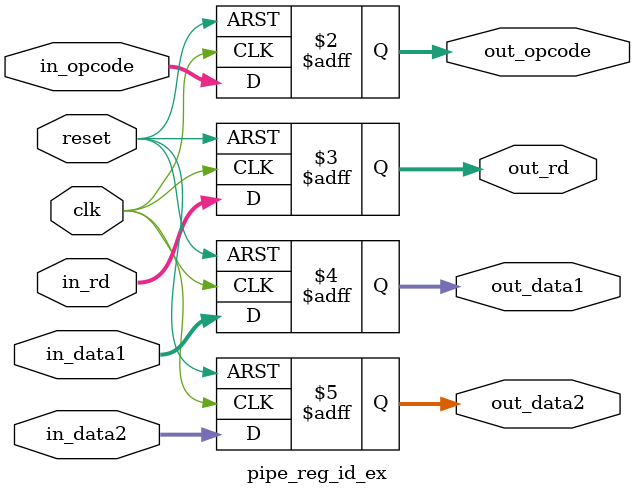
<source format=v>
module pipe_reg_id_ex(
    input  wire       clk,
    input  wire       reset,
    input  wire [3:0]  in_opcode,
    input  wire [1:0]  in_rd,
    input  wire [7:0]  in_data1,
    input  wire [7:0]  in_data2,
    output reg  [3:0]  out_opcode,
    output reg  [1:0]  out_rd,
    output reg  [7:0]  out_data1,
    output reg  [7:0]  out_data2
);
    always @(posedge clk or posedge reset) begin
        if (reset) begin
            out_opcode <= 4'b0;
            out_rd     <= 2'b0;
            out_data1  <= 8'b0;
            out_data2  <= 8'b0;
        end else begin
            out_opcode <= in_opcode;
            out_rd     <= in_rd;
            out_data1  <= in_data1;
            out_data2  <= in_data2;
        end
    end
endmodule

</source>
